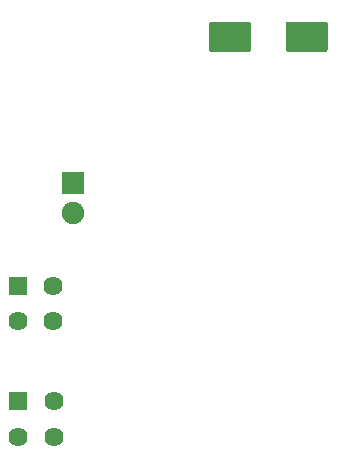
<source format=gbr>
%TF.GenerationSoftware,KiCad,Pcbnew,(5.1.6)-1*%
%TF.CreationDate,2020-11-25T10:01:43+11:00*%
%TF.ProjectId,INTR LT Panel PCB V1,494e5452-204c-4542-9050-616e656c2050,rev?*%
%TF.SameCoordinates,Original*%
%TF.FileFunction,Soldermask,Bot*%
%TF.FilePolarity,Negative*%
%FSLAX46Y46*%
G04 Gerber Fmt 4.6, Leading zero omitted, Abs format (unit mm)*
G04 Created by KiCad (PCBNEW (5.1.6)-1) date 2020-11-25 10:01:43*
%MOMM*%
%LPD*%
G01*
G04 APERTURE LIST*
%ADD10C,1.620000*%
%ADD11R,1.620000X1.620000*%
%ADD12C,1.900000*%
%ADD13R,1.900000X1.900000*%
G04 APERTURE END LIST*
D10*
%TO.C,J2*%
X114807999Y-114937999D03*
X114807999Y-111938000D03*
X111808000Y-114937999D03*
D11*
X111808000Y-111938000D03*
%TD*%
D10*
%TO.C,J1*%
X114782999Y-105158999D03*
X114782999Y-102159000D03*
X111783000Y-105158999D03*
D11*
X111783000Y-102159000D03*
%TD*%
D12*
%TO.C,D1*%
X116434000Y-96037400D03*
D13*
X116434000Y-93497400D03*
%TD*%
%TO.C,C1*%
G36*
G01*
X134446000Y-82142200D02*
X134446000Y-80062200D01*
G75*
G02*
X134706000Y-79802200I260000J0D01*
G01*
X137786000Y-79802200D01*
G75*
G02*
X138046000Y-80062200I0J-260000D01*
G01*
X138046000Y-82142200D01*
G75*
G02*
X137786000Y-82402200I-260000J0D01*
G01*
X134706000Y-82402200D01*
G75*
G02*
X134446000Y-82142200I0J260000D01*
G01*
G37*
G36*
G01*
X127946000Y-82142200D02*
X127946000Y-80062200D01*
G75*
G02*
X128206000Y-79802200I260000J0D01*
G01*
X131286000Y-79802200D01*
G75*
G02*
X131546000Y-80062200I0J-260000D01*
G01*
X131546000Y-82142200D01*
G75*
G02*
X131286000Y-82402200I-260000J0D01*
G01*
X128206000Y-82402200D01*
G75*
G02*
X127946000Y-82142200I0J260000D01*
G01*
G37*
%TD*%
M02*

</source>
